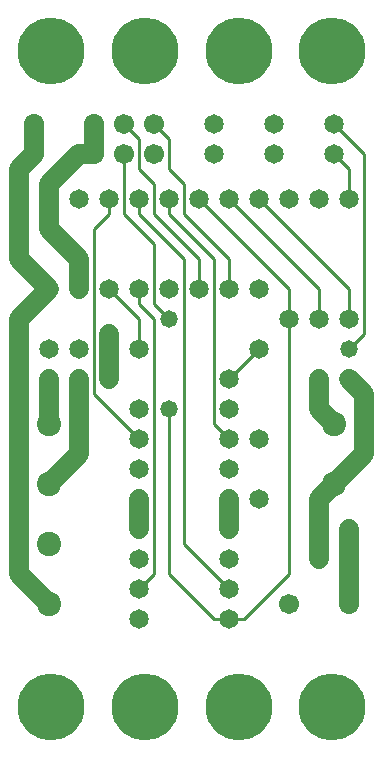
<source format=gtl>
%MOIN*%
%FSLAX25Y25*%
G04 D10 used for Character Trace; *
G04     Circle (OD=.01000) (No hole)*
G04 D11 used for Power Trace; *
G04     Circle (OD=.06700) (No hole)*
G04 D12 used for Signal Trace; *
G04     Circle (OD=.01100) (No hole)*
G04 D13 used for Via; *
G04     Circle (OD=.05800) (Round. Hole ID=.02800)*
G04 D14 used for Component hole; *
G04     Circle (OD=.06500) (Round. Hole ID=.03500)*
G04 D15 used for Component hole; *
G04     Circle (OD=.06700) (Round. Hole ID=.04300)*
G04 D16 used for Component hole; *
G04     Circle (OD=.08100) (Round. Hole ID=.05100)*
G04 D17 used for Component hole; *
G04     Circle (OD=.08900) (Round. Hole ID=.05900)*
G04 D18 used for Component hole; *
G04     Circle (OD=.11300) (Round. Hole ID=.08300)*
G04 D19 used for Component hole; *
G04     Circle (OD=.16000) (Round. Hole ID=.13000)*
G04 D20 used for Component hole; *
G04     Circle (OD=.18300) (Round. Hole ID=.15300)*
G04 D21 used for Component hole; *
G04     Circle (OD=.22291) (Round. Hole ID=.19291)*
%ADD10C,.01000*%
%ADD11C,.06700*%
%ADD12C,.01100*%
%ADD13C,.05800*%
%ADD14C,.06500*%
%ADD15C,.06700*%
%ADD16C,.08100*%
%ADD17C,.08900*%
%ADD18C,.11300*%
%ADD19C,.16000*%
%ADD20C,.18300*%
%ADD21C,.22291*%
%IPPOS*%
%LPD*%
G90*X0Y0D02*D21*X15625Y15625D03*D14*              
X45000Y45000D03*D21*X46875Y15625D03*D16*          
X15000Y50000D03*D11*X5000Y60000D01*Y100000D01*D13*
D03*D11*Y135000D01*D14*D03*D11*Y145000D01*        
X15000Y155000D01*D14*D03*D11*X5000Y165000D01*     
Y195000D01*X10000Y200000D01*D15*D03*D11*          
Y210000D01*D15*D03*D11*X15000Y190000D02*          
X25000Y200000D01*X15000Y175000D02*Y190000D01*D14* 
Y175000D03*D11*X25000Y165000D01*Y155000D01*D14*   
D03*X35000D03*D12*X45000Y145000D01*Y135000D01*D14*
D03*D13*X55000Y145000D03*D12*X50000Y150000D01*    
Y170000D01*X40000Y180000D01*Y200000D01*D15*D03*   
D12*X50000Y190000D02*X45000Y195000D01*            
X50000Y180000D02*Y190000D01*X65000Y165000D02*     
X50000Y180000D01*X65000Y155000D02*Y165000D01*D14* 
Y155000D03*D12*X75000D02*Y165000D01*D14*          
Y155000D03*X85000D03*D12*X75000Y165000D02*        
X60000Y180000D01*Y190000D01*X55000Y195000D01*     
Y205000D01*X50000Y210000D01*D15*D03*D12*          
X45000Y195000D02*Y205000D01*D15*X50000Y200000D03* 
D14*X55000Y185000D03*D12*Y180000D01*              
X70000Y165000D01*Y110000D01*X75000Y105000D01*D14* 
D03*X85000D03*X75000Y115000D03*Y95000D03*D13*     
X55000Y115000D03*D12*Y60000D01*X70000Y45000D01*   
X75000D01*D14*D03*D12*X80000D01*X95000Y60000D01*  
Y145000D01*D14*D03*D12*Y155000D01*                
X65000Y185000D01*D14*D03*X75000D03*D12*           
X105000Y155000D01*Y145000D01*D14*D03*D13*         
X115000Y135000D03*D12*X120000Y140000D01*          
Y200000D01*X110000Y210000D01*D14*D03*Y200000D03*  
D12*X115000Y195000D01*Y185000D01*D14*D03*         
X105000D03*X95000D03*X90000Y210000D03*Y200000D03* 
X85000Y185000D03*D12*X115000Y155000D01*Y145000D01*
D14*D03*X105000Y125000D03*D11*Y115000D01*         
X110000Y110000D01*D16*D03*D11*Y90000D02*          
X120000Y100000D01*D16*X110000Y90000D03*D11*       
X105000Y85000D01*Y65000D01*D13*D03*               
X115000Y75000D03*D11*Y50000D01*D15*D03*X95000D03* 
D21*X78125Y15625D03*X109375D03*D14*               
X85000Y85000D03*X75000D03*D11*Y75000D01*D14*D03*  
Y65000D03*D12*Y55000D02*X60000Y70000D01*D14*      
X75000Y55000D03*D12*X60000Y70000D02*Y165000D01*   
X45000Y180000D01*Y185000D01*D14*D03*X35000D03*D12*
Y180000D01*X30000Y175000D01*Y120000D01*           
X45000Y105000D01*D14*D03*Y115000D03*Y95000D03*    
X25000Y125000D03*D11*Y100000D01*X15000Y90000D01*  
D16*D03*Y110000D03*D11*Y125000D01*D14*D03*        
X25000Y135000D03*X15000D03*X35000Y125000D03*D11*  
Y140000D01*D13*D03*D12*X50000Y145000D02*          
X45000Y150000D01*X50000Y60000D02*Y145000D01*      
X45000Y55000D02*X50000Y60000D01*D14*              
X45000Y55000D03*Y65000D03*Y75000D03*D11*Y85000D01*
D14*D03*D16*X15000Y70000D03*D14*X75000Y125000D03* 
D12*X85000Y135000D01*D14*D03*X55000Y155000D03*    
X115000Y125000D03*D11*X120000Y120000D01*          
Y100000D01*D14*X45000Y155000D03*D12*Y150000D01*   
D14*X25000Y185000D03*X70000Y200000D03*D15*        
X30000D03*D11*X25000D01*X30000D02*Y210000D01*D15* 
D03*X40000D03*D12*X45000Y205000D01*D14*           
X70000Y210000D03*D21*X15625Y234375D03*X46875D03*  
X78125D03*X109375D03*M02*                         

</source>
